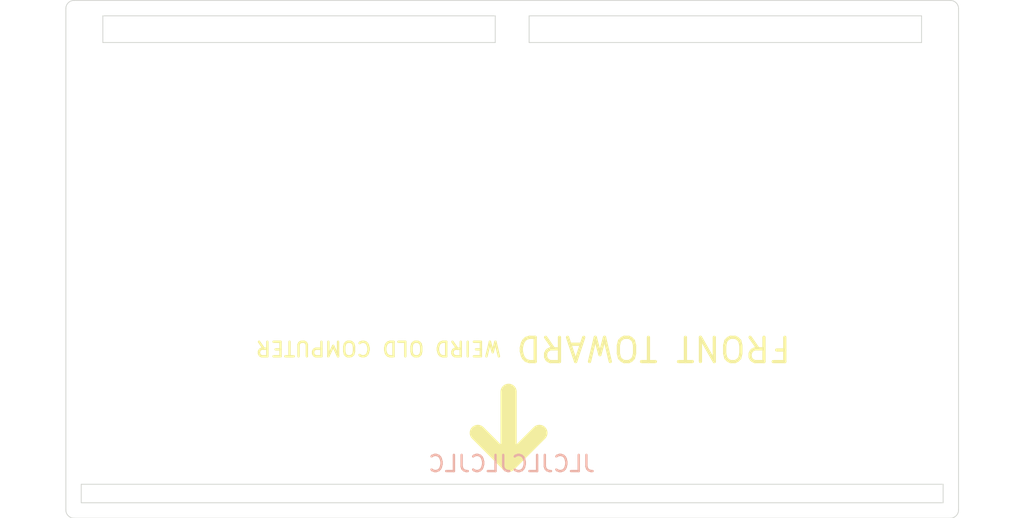
<source format=kicad_pcb>
(kicad_pcb (version 20210623) (generator pcbnew)
  (title_block (date "2021-03-10"))
  (layers (0 "F.Cu" signal) (31 "B.Cu" signal) (36 "B.SilkS" user "B.Silkscreen") (37 "F.SilkS" user "F.Silkscreen") (38 "B.Mask" user) (39 "F.Mask" user) (44 "Edge.Cuts" user))
  (net 0 "")
  (footprint "MountingHole:MountingHole_2.5mm" (layer "F.Cu") (at 98.6 172.35)
    (fp_text reference "REF**" hide)
    (fp_text value "MountingHole_2.5mm")
    (pad "1" np_thru_hole circle locked (at 0 0) (size 2.5 2.5) (drill 2.5) (layers *.Cu *.Mask))
  )
  (footprint "MountingHole:MountingHole_2.5mm" (layer "F.Cu") (at 51.4 172.35)
    (fp_text reference "REF**" hide)
    (fp_text value "MountingHole_2.5mm")
    (pad "1" np_thru_hole circle locked (at 0 0) (size 2.5 2.5) (drill 2.5) (layers *.Cu *.Mask))
  )
  (gr_line (start 74.785 173.73) (end 76.69 171.825) (layer "F.SilkS") (width 1))
  (gr_line (start 74.785 173.73) (end 74.785 169.285) (layer "F.SilkS") (width 1))
  (gr_line (start 74.785 173.73) (end 72.88 171.825) (layer "F.SilkS") (width 1))
  (gr_line (start 102.598 176.5875) (end 102.598 145.5995) (layer "Edge.Cuts") (width 0.05))
  (gr_line (start 47.9245 177.0955) (end 102.09 177.0955) (layer "Edge.Cuts") (width 0.05))
  (gr_line (start 101.6455 176.143) (end 48.369 176.143) (layer "Edge.Cuts") (width 0.05))
  (gr_line (start 101.6455 175) (end 48.369 175) (layer "Edge.Cuts") (width 0.05))
  (gr_line (start 48.369 175) (end 48.369 176.143) (layer "Edge.Cuts") (width 0.05))
  (gr_line (start 101.6455 176.143) (end 101.6455 175) (layer "Edge.Cuts") (width 0.05))
  (gr_line (start 47.9245 145.0915) (end 102.09 145.0915) (layer "Edge.Cuts") (width 0.05))
  (gr_line (start 100.312 147.695) (end 76.055 147.695) (layer "Edge.Cuts") (width 0.05))
  (gr_arc (start 47.9245 176.5875) (end 47.4165 176.5875) (angle -90) (layer "Edge.Cuts") (width 0.05))
  (gr_arc (start 102.09 176.5875) (end 102.09 177.0955) (angle -90) (layer "Edge.Cuts") (width 0.05))
  (gr_arc (start 102.09 145.5995) (end 102.598 145.5995) (angle -90) (layer "Edge.Cuts") (width 0.05))
  (gr_line (start 76.055 146.044) (end 76.055 147.695) (layer "Edge.Cuts") (width 0.05))
  (gr_line (start 73.9595 146.044) (end 73.9595 147.695) (layer "Edge.Cuts") (width 0.05))
  (gr_line (start 49.7025 146.044) (end 73.9595 146.044) (layer "Edge.Cuts") (width 0.05))
  (gr_line (start 73.9595 147.695) (end 49.7025 147.695) (layer "Edge.Cuts") (width 0.05))
  (gr_arc (start 47.9245 145.5995) (end 47.9245 145.0915) (angle -90) (layer "Edge.Cuts") (width 0.05))
  (gr_line (start 76.055 146.044) (end 100.312 146.044) (layer "Edge.Cuts") (width 0.05))
  (gr_line (start 49.7025 147.695) (end 49.7025 146.044) (layer "Edge.Cuts") (width 0.05))
  (gr_line (start 47.4165 176.5875) (end 47.4165 145.5995) (layer "Edge.Cuts") (width 0.05))
  (gr_line (start 100.312 146.044) (end 100.312 147.695) (layer "Edge.Cuts") (width 0.05))
  (gr_text "JLCJLCJLCJLC" (at 74.9755 173.73) (layer "B.SilkS") (effects (font (size 1 1)) (justify mirror)))
  (gr_text "FRONT TOWARD" (at 83.75 166.6 180) (layer "F.SilkS") (effects (font (size 1.5 1.5) (thickness 0.2))))
  (gr_text "WEIRD OLD COMPUTER" (at 66.75 166.6 180) (layer "F.SilkS") (effects (font (size 0.9 0.9))))
)
</source>
